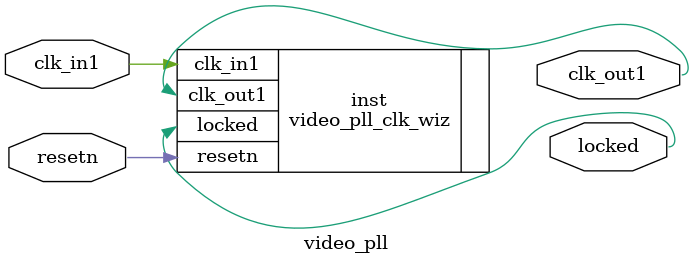
<source format=v>


`timescale 1ps/1ps

(* CORE_GENERATION_INFO = "video_pll,clk_wiz_v6_0_3_0_0,{component_name=video_pll,use_phase_alignment=true,use_min_o_jitter=false,use_max_i_jitter=false,use_dyn_phase_shift=false,use_inclk_switchover=false,use_dyn_reconfig=false,enable_axi=0,feedback_source=FDBK_AUTO,PRIMITIVE=MMCM,num_out_clk=1,clkin1_period=20.000,clkin2_period=10.0,use_power_down=false,use_reset=true,use_locked=true,use_inclk_stopped=false,feedback_type=SINGLE,CLOCK_MGR_TYPE=NA,manual_override=false}" *)

module video_pll 
 (
  // Clock out ports
  output        clk_out1,
  // Status and control signals
  input         resetn,
  output        locked,
 // Clock in ports
  input         clk_in1
 );

  video_pll_clk_wiz inst
  (
  // Clock out ports  
  .clk_out1(clk_out1),
  // Status and control signals               
  .resetn(resetn), 
  .locked(locked),
 // Clock in ports
  .clk_in1(clk_in1)
  );

endmodule

</source>
